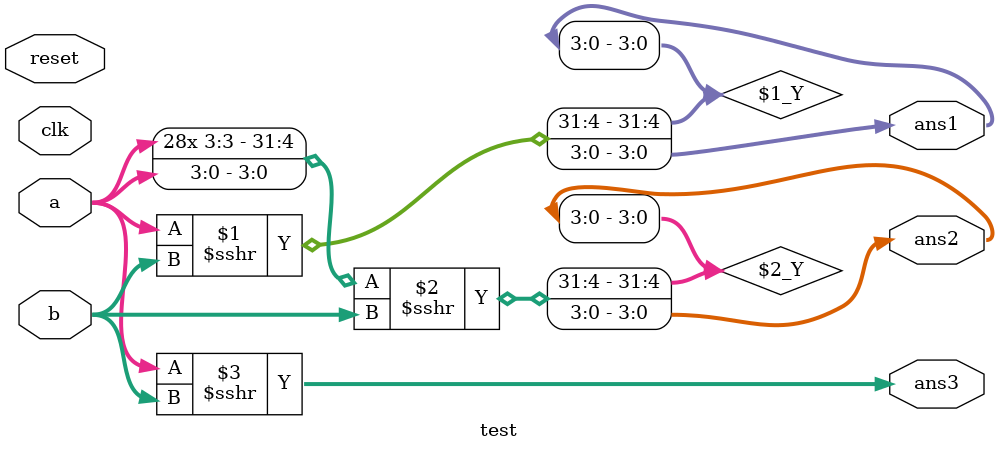
<source format=v>
`timescale 1ns / 1ps
module test(	
	input clk,
	input reset,
	input [3:0] a,
	input [3:0] b,
	output [3:0] ans1,
	output [3:0] ans2,
	output [3:0] ans3
    );
	 assign ans1 = (1'b1==1'b1) ? a>>>b : 0;
	 assign ans2 = (1'b1==1'b1) ? $signed(a)>>>b : 0;
	 assign ans3 = (1'b1==1'b1) ? $signed(a)>>>b : 4'b0;

endmodule

</source>
